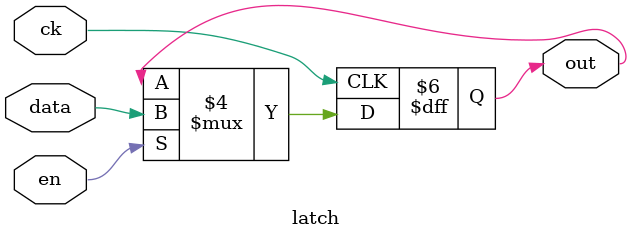
<source format=v>
module top;
  integer i;
   reg 	  ck;
  reg data,en;
  wire out;

  initial
    $monitor("%4d: ck=%b data=%b en=%b - out=%b",$time,ck,data,en,out);

  always
    #50 ck = !ck;

  initial
    begin
      ck = 1'b1;
      data = 1'b0; en = 1'b1;


      #95;
      data = 1'b1; en = 1'b1;
      #5;
      $display("Expect $setup violation at time %d.",$time); 

      #85;
      data = 1'b0; en = 1'b1;
      #15;
      $display("Expect no violations at time %d.",$time); 

      #91; 
      data = 1'b1; en = 1'b1;
      #9;
      $display("Expect $setup violation at time %d.",$time); 

      #50; 
      data = 1'b0; en = 1'b1;
      #50;
      $display("Expect no violations at time %d.",$time); 

      #95; 
      data = 1'b1; en = 1'b0;
      #5;
      $display("Expect no violations at time %d.",$time); 

      #2; 
      $display("Expect no violations at time %d.",$time); 
      data = 1'b1; en = 1'b1;
      #98;

      #2;
      $display("Expect $hold violation at time %d.",$time); 
      data = 1'b0; en = 1'b1;
      #98;

      #11;
      $display("Expect no violation at time %d.",$time); 
      data = 1'b1; en = 1'b1;
      #89;

      $finish;	
    end

  latch l1(ck,data,en,out);

endmodule

module latch(ck,data,en,out);
input ck,data,en;
output out;
reg out = 1'bx;

  specify
    $setup(data, posedge ck &&& en, 10);
    $hold(posedge ck &&& en, data, 10);
  endspecify

  always @(posedge ck)
    if (en)
      begin
	 out = data;
      end

endmodule

</source>
